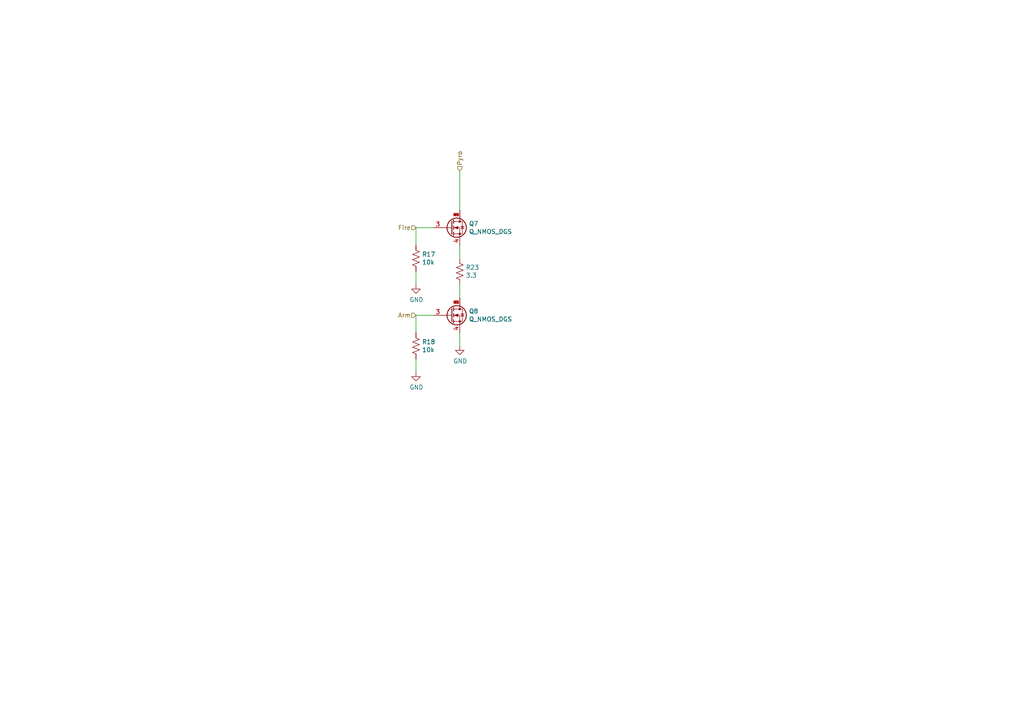
<source format=kicad_sch>
(kicad_sch (version 20211123) (generator eeschema)
  (paper "A4")
  (lib_symbols
    (symbol "Device:R_US" (pin_numbers hide) (pin_names (offset 0))
      (property "Reference" "R" (at 2.54 0 90))
      (property "Value" "Device_R_US" (at -2.54 0 90))
      (symbol "R_US_0_1"
        (polyline (pts (xy 0 -2.286) (xy 0 -2.54)))
        (polyline (pts (xy 0 2.286) (xy 0 2.54)))
        (polyline (pts (xy 0 -0.762) (xy 1.016 -1.143) (xy 0 -1.524) (xy -1.016 -1.905) (xy 0 -2.286)))
        (polyline (pts (xy 0 0.762) (xy 1.016 0.381) (xy 0 0) (xy -1.016 -0.381) (xy 0 -0.762)))
        (polyline (pts (xy 0 2.286) (xy 1.016 1.905) (xy 0 1.524) (xy -1.016 1.143) (xy 0 0.762)))
      )
      (symbol "R_US_1_1"
        (pin passive line (at 0 3.81 270) (length 1.27) (name "~") (number "1"))
        (pin passive line (at 0 -3.81 90) (length 1.27) (name "~") (number "2"))
      )
    )
    (symbol "Nova-rescue:Q_NMOS_DGS-MOSFET" (pin_names (offset 0) hide)
      (property "Reference" "Q" (at 5.08 1.27 0))
      (property "Value" "Nova-rescue_Q_NMOS_DGS-MOSFET" (at 5.08 -1.27 0))
      (symbol "Q_NMOS_DGS-MOSFET_0_1"
        (polyline (pts (xy 0.254 0) (xy -2.54 0)))
        (polyline (pts (xy 0.254 1.905) (xy 0.254 -1.905)) (stroke (width 0.254)))
        (polyline (pts (xy 0.762 -1.27) (xy 0.762 -2.286)) (stroke (width 0.254)))
        (polyline (pts (xy 0.762 0.508) (xy 0.762 -0.508)) (stroke (width 0.254)))
        (polyline (pts (xy 0.762 2.286) (xy 0.762 1.27)) (stroke (width 0.254)))
        (polyline (pts (xy 2.54 2.54) (xy 2.54 1.778)))
        (polyline (pts (xy 2.54 -2.54) (xy 2.54 0) (xy 0.762 0)))
        (polyline (pts (xy 0.762 -1.778) (xy 3.302 -1.778) (xy 3.302 1.778) (xy 0.762 1.778)))
        (polyline (pts (xy 1.016 0) (xy 2.032 0.381) (xy 2.032 -0.381) (xy 1.016 0)) (fill (type outline)))
        (polyline (pts (xy 2.794 0.508) (xy 2.921 0.381) (xy 3.683 0.381) (xy 3.81 0.254)))
        (polyline (pts (xy 3.302 0.381) (xy 2.921 -0.254) (xy 3.683 -0.254) (xy 3.302 0.381)))
        (circle (center 1.651 0) (radius 2.794) (stroke (width 0.254)))
        (circle (center 2.54 -1.778) (radius 0.254) (fill (type outline)))
        (circle (center 2.54 1.778) (radius 0.254) (fill (type outline)))
      )
      (symbol "Q_NMOS_DGS-MOSFET_1_1"
        (pin passive line (at 2.54 5.08 270) (length 2.54) (name "D") (number "1"))
        (pin input line (at 2.54 5.08 270) (length 2.54) (name "~") (number "2"))
        (pin passive line (at -5.08 0 0) (length 2.54) (name "S") (number "3"))
        (pin input line (at 2.54 -5.08 90) (length 2.54) (name "~") (number "4"))
        (pin input line (at 2.54 5.08 270) (length 2.54) (name "~") (number "5"))
        (pin input line (at 2.54 5.08 270) (length 2.54) (name "~") (number "6"))
      )
    )
    (symbol "power:GND" (power) (pin_names (offset 0))
      (property "Value" "power_GND" (at 0 -3.81 0))
      (symbol "GND_0_1"
        (polyline (pts (xy 0 0) (xy 0 -1.27) (xy 1.27 -1.27) (xy 0 -2.54) (xy -1.27 -1.27) (xy 0 -1.27)))
      )
      (symbol "GND_1_1"
        (pin power_in line (at 0 0 270) (length 0) hide (name "GND") (number "1"))
      )
    )
  )
  (wire (pts (xy 120.65 66.04) (xy 120.65 71.12)))
  (wire (pts (xy 133.35 96.52) (xy 133.35 100.33)))
  (wire (pts (xy 125.73 91.44) (xy 120.65 91.44)))
  (wire (pts (xy 125.73 66.04) (xy 120.65 66.04)))
  (wire (pts (xy 133.35 82.55) (xy 133.35 86.36)))
  (wire (pts (xy 133.35 71.12) (xy 133.35 74.93)))
  (wire (pts (xy 120.65 91.44) (xy 120.65 96.52)))
  (wire (pts (xy 120.65 78.74) (xy 120.65 82.55)))
  (wire (pts (xy 133.35 49.53) (xy 133.35 60.96)))
  (wire (pts (xy 120.65 104.14) (xy 120.65 107.95)))
  (hierarchical_label "Pyro" (shape input) (at 133.35 49.53 90))
  (hierarchical_label "Fire" (shape input) (at 120.65 66.04 180))
  (hierarchical_label "Arm" (shape input) (at 120.65 91.44 180))
  (symbol (lib_id "power:GND") (at 120.65 107.95 0) (unit 1)
    (property "Reference" "#PWR0159" (effects hide))
    (property "Value" "GND" (at 120.777 112.3442 0))
  )
  (symbol (lib_id "power:GND") (at 133.35 100.33 0) (unit 1)
    (property "Reference" "#PWR0160" (effects hide))
    (property "Value" "GND" (at 133.477 104.7242 0))
  )
  (symbol (lib_id "Device:R_US") (at 133.35 78.74 0) (unit 1)
    (property "Reference" "R23" (at 135.0772 77.5716 0) (effects (justify left)))
    (property "Value" "3.3" (at 135.0772 79.883 0) (effects (justify left)))
    (property "Footprint" "Resistor_SMD:R_0805_2012Metric_Pad1.15x1.40mm_HandSolder" (effects hide))
  )
  (symbol (lib_id "Device:R_US") (at 120.65 74.93 0) (unit 1)
    (property "Reference" "R17" (at 122.3772 73.7616 0) (effects (justify left)))
    (property "Value" "10k" (at 122.3772 76.073 0) (effects (justify left)))
    (property "Footprint" "Resistor_SMD:R_0805_2012Metric_Pad1.15x1.40mm_HandSolder" (effects hide))
  )
  (symbol (lib_id "Nova-rescue:Q_NMOS_DGS-MOSFET") (at 130.81 66.04 0) (unit 1)
    (property "Reference" "Q7" (at 135.9916 64.8716 0) (effects (justify left)))
    (property "Value" "Q_NMOS_DGS" (at 135.9916 67.183 0) (effects (justify left)))
    (property "Footprint" "Package_TO_SOT_SMD:SOT-23-6_Handsoldering" (effects hide))
  )
  (symbol (lib_id "Nova-rescue:Q_NMOS_DGS-MOSFET") (at 130.81 91.44 0) (unit 1)
    (property "Reference" "Q8" (at 135.9916 90.2716 0) (effects (justify left)))
    (property "Value" "Q_NMOS_DGS" (at 135.9916 92.583 0) (effects (justify left)))
    (property "Footprint" "Package_TO_SOT_SMD:SOT-23-6_Handsoldering" (effects hide))
  )
  (symbol (lib_id "power:GND") (at 120.65 82.55 0) (unit 1)
    (property "Reference" "#PWR0158" (effects hide))
    (property "Value" "GND" (at 120.777 86.9442 0))
  )
  (symbol (lib_id "Device:R_US") (at 120.65 100.33 0) (unit 1)
    (property "Reference" "R18" (at 122.3772 99.1616 0) (effects (justify left)))
    (property "Value" "10k" (at 122.3772 101.473 0) (effects (justify left)))
    (property "Footprint" "Resistor_SMD:R_0805_2012Metric_Pad1.15x1.40mm_HandSolder" (effects hide))
  )
)
</source>
